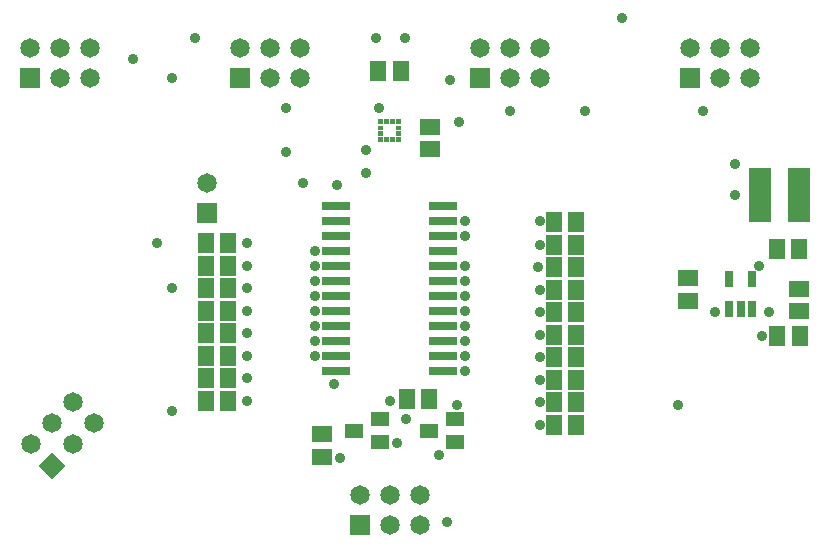
<source format=gts>
G04*
G04 #@! TF.GenerationSoftware,Altium Limited,Altium Designer,19.1.5 (86)*
G04*
G04 Layer_Color=8388736*
%FSLAX25Y25*%
%MOIN*%
G70*
G01*
G75*
%ADD14R,0.06506X0.05718*%
%ADD15R,0.05718X0.06506*%
%ADD16R,0.07700X0.18300*%
%ADD17R,0.02923X0.05364*%
%ADD18R,0.06112X0.04537*%
%ADD19R,0.09700X0.02800*%
%ADD20R,0.01584X0.01683*%
%ADD21R,0.01683X0.01584*%
%ADD22P,0.09200X4X90.0*%
%ADD23C,0.06506*%
%ADD24R,0.06506X0.06506*%
%ADD25R,0.06506X0.06506*%
%ADD26C,0.03600*%
G36*
X146207Y150774D02*
Y152258D01*
X147789D01*
Y150774D01*
X146207D01*
D02*
G37*
G36*
X146305Y148707D02*
Y150289D01*
X147789D01*
Y148707D01*
X146305D01*
D02*
G37*
G36*
X148274D02*
Y150289D01*
X149758D01*
Y148707D01*
X148274D01*
D02*
G37*
G36*
X146207Y152742D02*
Y154226D01*
X147789D01*
Y152742D01*
X146207D01*
D02*
G37*
G36*
X146305Y154711D02*
Y156293D01*
X147789D01*
Y154711D01*
X146305D01*
D02*
G37*
G36*
X148274D02*
Y156293D01*
X149758D01*
Y154711D01*
X148274D01*
D02*
G37*
G36*
X150242Y148707D02*
Y150289D01*
X151726D01*
Y148707D01*
X150242D01*
D02*
G37*
G36*
X152211D02*
Y150289D01*
X153695D01*
Y148707D01*
X152211D01*
D02*
G37*
G36*
Y150774D02*
Y152258D01*
X153793D01*
Y150774D01*
X152211D01*
D02*
G37*
G36*
X150242Y154711D02*
Y156293D01*
X151726D01*
Y154711D01*
X150242D01*
D02*
G37*
G36*
X152211D02*
Y156293D01*
X153695D01*
Y154711D01*
X152211D01*
D02*
G37*
G36*
Y152742D02*
Y154226D01*
X153793D01*
Y152742D01*
X152211D01*
D02*
G37*
D14*
X286500Y99740D02*
D03*
Y92260D02*
D03*
X163500Y146260D02*
D03*
Y153740D02*
D03*
X249500Y95760D02*
D03*
Y103240D02*
D03*
X127500Y51240D02*
D03*
Y43760D02*
D03*
D15*
X279260Y84000D02*
D03*
X286740D02*
D03*
X146260Y172500D02*
D03*
X153740D02*
D03*
X96240Y115000D02*
D03*
X88760D02*
D03*
X96240Y107500D02*
D03*
X88760D02*
D03*
X279020Y113000D02*
D03*
X286500D02*
D03*
X204760Y122000D02*
D03*
X212240D02*
D03*
X163240Y63000D02*
D03*
X155760D02*
D03*
X204760Y114500D02*
D03*
X212240D02*
D03*
X204760Y107000D02*
D03*
X212240D02*
D03*
X204760Y99500D02*
D03*
X212240D02*
D03*
X204760Y92000D02*
D03*
X212240D02*
D03*
X204760Y84500D02*
D03*
X212240D02*
D03*
X204760Y77000D02*
D03*
X212240D02*
D03*
X204760Y69500D02*
D03*
X212240D02*
D03*
X204760Y62000D02*
D03*
X212240D02*
D03*
X204760Y54500D02*
D03*
X212240D02*
D03*
X96240Y62500D02*
D03*
X88760D02*
D03*
X96240Y70000D02*
D03*
X88760D02*
D03*
X96240Y77500D02*
D03*
X88760D02*
D03*
X96240Y85000D02*
D03*
X88760D02*
D03*
X96240Y92500D02*
D03*
X88760D02*
D03*
X96240Y100000D02*
D03*
X88760D02*
D03*
D16*
X273500Y131000D02*
D03*
X286500D02*
D03*
D17*
X263260Y93059D02*
D03*
X267000D02*
D03*
X270740D02*
D03*
Y102941D02*
D03*
X263260D02*
D03*
D18*
X163169Y52500D02*
D03*
X171831Y56240D02*
D03*
Y48760D02*
D03*
X138169Y52500D02*
D03*
X146831Y56240D02*
D03*
Y48760D02*
D03*
D19*
X132200Y127500D02*
D03*
Y122500D02*
D03*
Y117500D02*
D03*
Y112500D02*
D03*
Y107500D02*
D03*
Y102500D02*
D03*
Y97500D02*
D03*
Y92500D02*
D03*
Y87500D02*
D03*
Y82500D02*
D03*
Y77500D02*
D03*
Y72500D02*
D03*
X167800D02*
D03*
Y82500D02*
D03*
Y87500D02*
D03*
Y92500D02*
D03*
Y97500D02*
D03*
Y102500D02*
D03*
Y107500D02*
D03*
Y112500D02*
D03*
Y117500D02*
D03*
Y122500D02*
D03*
Y127500D02*
D03*
Y77500D02*
D03*
D20*
X147047Y149498D02*
D03*
X149016D02*
D03*
X150984D02*
D03*
X152953D02*
D03*
Y155502D02*
D03*
X150984D02*
D03*
X149016D02*
D03*
X147047D02*
D03*
D21*
X153002Y151516D02*
D03*
Y153484D02*
D03*
X146998D02*
D03*
Y151516D02*
D03*
D22*
X37500Y40858D02*
D03*
D23*
X30429Y47929D02*
D03*
X44571D02*
D03*
X37500Y55000D02*
D03*
X51642D02*
D03*
X44571Y62071D02*
D03*
X89000Y135000D02*
D03*
X160000Y31000D02*
D03*
Y21000D02*
D03*
X150000Y31000D02*
D03*
Y21000D02*
D03*
X140000Y31000D02*
D03*
X120000Y180000D02*
D03*
Y170000D02*
D03*
X110000Y180000D02*
D03*
Y170000D02*
D03*
X100000Y180000D02*
D03*
X200000D02*
D03*
Y170000D02*
D03*
X190000Y180000D02*
D03*
Y170000D02*
D03*
X180000Y180000D02*
D03*
X270000D02*
D03*
Y170000D02*
D03*
X260000Y180000D02*
D03*
Y170000D02*
D03*
X250000Y180000D02*
D03*
X50000D02*
D03*
Y170000D02*
D03*
X40000Y180000D02*
D03*
Y170000D02*
D03*
X30000Y180000D02*
D03*
D24*
X89000Y125000D02*
D03*
D25*
X140000Y21000D02*
D03*
X100000Y170000D02*
D03*
X180000D02*
D03*
X250000D02*
D03*
X30000D02*
D03*
D26*
X215000Y159000D02*
D03*
X254500D02*
D03*
X227500Y190000D02*
D03*
X77500Y170000D02*
D03*
X115500Y160000D02*
D03*
X145500Y183500D02*
D03*
X155000D02*
D03*
X265000Y141500D02*
D03*
X115500Y145500D02*
D03*
X125000Y112500D02*
D03*
Y107500D02*
D03*
X64500Y176500D02*
D03*
X121000Y135000D02*
D03*
X85000Y183500D02*
D03*
X170000Y169500D02*
D03*
X146500Y160000D02*
D03*
X142000Y138500D02*
D03*
Y146000D02*
D03*
X132500Y134500D02*
D03*
X77500Y59000D02*
D03*
X72500Y115000D02*
D03*
X77500Y100000D02*
D03*
X169000Y22000D02*
D03*
X131500Y68000D02*
D03*
X175000Y122500D02*
D03*
X190000Y159000D02*
D03*
X173000Y155500D02*
D03*
X175000Y102500D02*
D03*
Y92500D02*
D03*
Y117500D02*
D03*
Y87500D02*
D03*
X172500Y61000D02*
D03*
X150000Y62500D02*
D03*
X152500Y48500D02*
D03*
X166500Y44500D02*
D03*
X246000Y61000D02*
D03*
X274000Y84000D02*
D03*
X102500Y62500D02*
D03*
X125000Y77500D02*
D03*
X102500Y70000D02*
D03*
X125000Y82500D02*
D03*
X102500Y77500D02*
D03*
X125000Y87500D02*
D03*
X102500Y85000D02*
D03*
X125000Y92500D02*
D03*
X102500D02*
D03*
X125000Y97500D02*
D03*
X102500Y100000D02*
D03*
X125000Y102500D02*
D03*
X102500Y107500D02*
D03*
Y115000D02*
D03*
X200000Y54500D02*
D03*
X175000Y72500D02*
D03*
X200000Y62000D02*
D03*
X175000Y77500D02*
D03*
X200000Y69500D02*
D03*
X175000Y82500D02*
D03*
X200000Y77000D02*
D03*
Y84500D02*
D03*
Y92000D02*
D03*
X175000Y97500D02*
D03*
X200000Y99500D02*
D03*
X199500Y107000D02*
D03*
X175000Y107500D02*
D03*
X200000Y114500D02*
D03*
Y122500D02*
D03*
X133500Y43500D02*
D03*
X155500Y56500D02*
D03*
X258500Y92000D02*
D03*
X273000Y107500D02*
D03*
X276500Y92000D02*
D03*
X265000Y131000D02*
D03*
M02*

</source>
